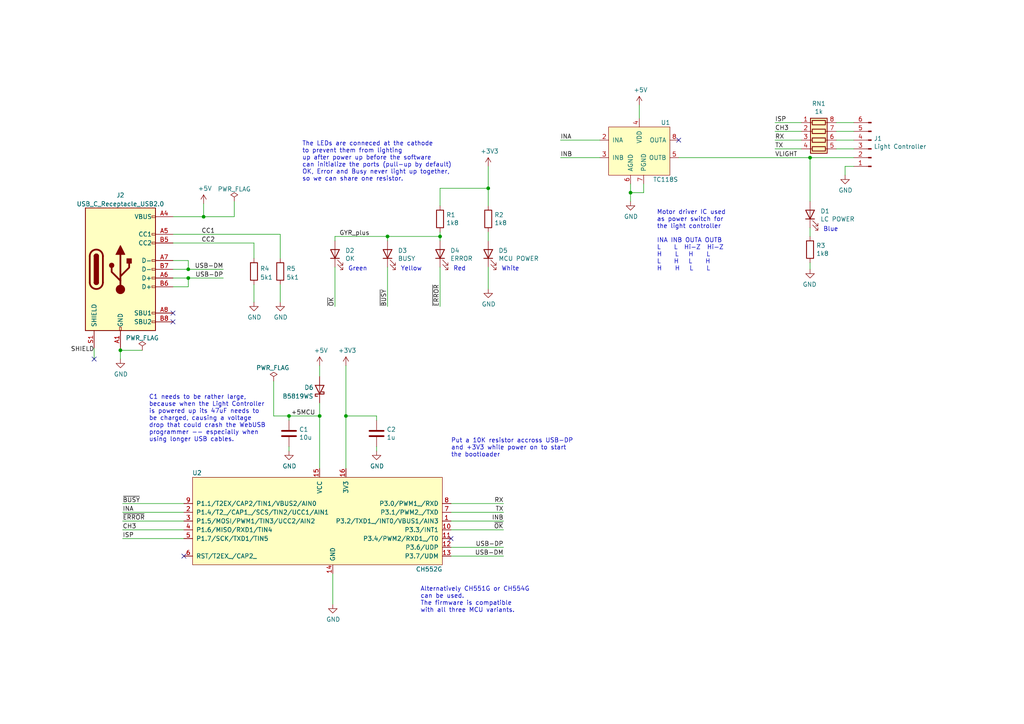
<source format=kicad_sch>
(kicad_sch (version 20211123) (generator eeschema)
  (paper "A4")
  (title_block (title "WebUSB Programmer for Light Controller Mk4") (date "2023-06-29") (rev "5") (company "LANE Boys RC"))
  (lib_symbols
    (symbol "Connector:Conn_01x06_Male" (pin_names (offset 1.016) hide)
      (property "Reference" "J" (at 0 7.62 0))
      (property "Value" "Conn_01x06_Male" (at 0 -10.16 0))
      (symbol "Conn_01x06_Male_1_1"
        (polyline (pts (xy 1.27 -7.62) (xy 0.8636 -7.62)) (stroke (width 0.1524)))
        (polyline (pts (xy 1.27 -5.08) (xy 0.8636 -5.08)) (stroke (width 0.1524)))
        (polyline (pts (xy 1.27 -2.54) (xy 0.8636 -2.54)) (stroke (width 0.1524)))
        (polyline (pts (xy 1.27 0) (xy 0.8636 0)) (stroke (width 0.1524)))
        (polyline (pts (xy 1.27 2.54) (xy 0.8636 2.54)) (stroke (width 0.1524)))
        (polyline (pts (xy 1.27 5.08) (xy 0.8636 5.08)) (stroke (width 0.1524)))
        (rectangle (start 0.8636 -7.493) (end 0 -7.747) (stroke (width 0.1524)) (fill (type outline)))
        (rectangle (start 0.8636 -4.953) (end 0 -5.207) (stroke (width 0.1524)) (fill (type outline)))
        (rectangle (start 0.8636 -2.413) (end 0 -2.667) (stroke (width 0.1524)) (fill (type outline)))
        (rectangle (start 0.8636 0.127) (end 0 -0.127) (stroke (width 0.1524)) (fill (type outline)))
        (rectangle (start 0.8636 2.667) (end 0 2.413) (stroke (width 0.1524)) (fill (type outline)))
        (rectangle (start 0.8636 5.207) (end 0 4.953) (stroke (width 0.1524)) (fill (type outline)))
        (pin passive line (at 5.08 5.08 180) (length 3.81) (name "Pin_1") (number "1"))
        (pin passive line (at 5.08 2.54 180) (length 3.81) (name "Pin_2") (number "2"))
        (pin passive line (at 5.08 0 180) (length 3.81) (name "Pin_3") (number "3"))
        (pin passive line (at 5.08 -2.54 180) (length 3.81) (name "Pin_4") (number "4"))
        (pin passive line (at 5.08 -5.08 180) (length 3.81) (name "Pin_5") (number "5"))
        (pin passive line (at 5.08 -7.62 180) (length 3.81) (name "Pin_6") (number "6"))
      )
    )
    (symbol "Connector:USB_C_Receptacle_USB2.0" (pin_names (offset 1.016))
      (property "Reference" "J" (at -10.16 19.05 0))
      (property "Value" "USB_C_Receptacle_USB2.0" (at 19.05 19.05 0))
      (symbol "USB_C_Receptacle_USB2.0_0_0"
        (rectangle (start -0.254 -17.78) (end 0.254 -16.764))
        (rectangle (start 10.16 -14.986) (end 9.144 -15.494))
        (rectangle (start 10.16 -12.446) (end 9.144 -12.954))
        (rectangle (start 10.16 -4.826) (end 9.144 -5.334))
        (rectangle (start 10.16 -2.286) (end 9.144 -2.794))
        (rectangle (start 10.16 0.254) (end 9.144 -0.254))
        (rectangle (start 10.16 2.794) (end 9.144 2.286))
        (rectangle (start 10.16 7.874) (end 9.144 7.366))
        (rectangle (start 10.16 10.414) (end 9.144 9.906))
        (rectangle (start 10.16 15.494) (end 9.144 14.986))
      )
      (symbol "USB_C_Receptacle_USB2.0_0_1"
        (rectangle (start -10.16 17.78) (end 10.16 -17.78) (stroke (width 0.254)) (fill (type background)))
        (arc (start -8.89 -3.81) (mid -6.985 -5.715) (end -5.08 -3.81) (stroke (width 0.508)))
        (arc (start -7.62 -3.81) (mid -6.985 -4.445) (end -6.35 -3.81) (stroke (width 0.254)))
        (arc (start -7.62 -3.81) (mid -6.985 -4.445) (end -6.35 -3.81) (stroke (width 0.254)) (fill (type outline)))
        (rectangle (start -7.62 -3.81) (end -6.35 3.81) (stroke (width 0.254)) (fill (type outline)))
        (arc (start -6.35 3.81) (mid -6.985 4.445) (end -7.62 3.81) (stroke (width 0.254)))
        (arc (start -6.35 3.81) (mid -6.985 4.445) (end -7.62 3.81) (stroke (width 0.254)) (fill (type outline)))
        (arc (start -5.08 3.81) (mid -6.985 5.715) (end -8.89 3.81) (stroke (width 0.508)))
        (circle (center -2.54 1.143) (radius 0.635) (stroke (width 0.254)) (fill (type outline)))
        (circle (center 0 -5.842) (radius 1.27) (fill (type outline)))
        (polyline (pts (xy -8.89 -3.81) (xy -8.89 3.81)) (stroke (width 0.508)))
        (polyline (pts (xy -5.08 3.81) (xy -5.08 -3.81)) (stroke (width 0.508)))
        (polyline (pts (xy 0 -5.842) (xy 0 4.318)) (stroke (width 0.508)))
        (polyline (pts (xy 0 -3.302) (xy -2.54 -0.762) (xy -2.54 0.508)) (stroke (width 0.508)))
        (polyline (pts (xy 0 -2.032) (xy 2.54 0.508) (xy 2.54 1.778)) (stroke (width 0.508)))
        (polyline (pts (xy -1.27 4.318) (xy 0 6.858) (xy 1.27 4.318) (xy -1.27 4.318)) (stroke (width 0.254)) (fill (type outline)))
        (rectangle (start 1.905 1.778) (end 3.175 3.048) (stroke (width 0.254)) (fill (type outline)))
      )
      (symbol "USB_C_Receptacle_USB2.0_1_1"
        (pin passive line (at 0 -22.86 90) (length 5.08) (name "GND") (number "A1"))
        (pin passive line (at 0 -22.86 90) (length 5.08) hide (name "GND") (number "A12"))
        (pin passive line (at 15.24 15.24 180) (length 5.08) (name "VBUS") (number "A4"))
        (pin bidirectional line (at 15.24 10.16 180) (length 5.08) (name "CC1") (number "A5"))
        (pin bidirectional line (at 15.24 -2.54 180) (length 5.08) (name "D+") (number "A6"))
        (pin bidirectional line (at 15.24 2.54 180) (length 5.08) (name "D-") (number "A7"))
        (pin bidirectional line (at 15.24 -12.7 180) (length 5.08) (name "SBU1") (number "A8"))
        (pin passive line (at 15.24 15.24 180) (length 5.08) hide (name "VBUS") (number "A9"))
        (pin passive line (at 0 -22.86 90) (length 5.08) hide (name "GND") (number "B1"))
        (pin passive line (at 0 -22.86 90) (length 5.08) hide (name "GND") (number "B12"))
        (pin passive line (at 15.24 15.24 180) (length 5.08) hide (name "VBUS") (number "B4"))
        (pin bidirectional line (at 15.24 7.62 180) (length 5.08) (name "CC2") (number "B5"))
        (pin bidirectional line (at 15.24 -5.08 180) (length 5.08) (name "D+") (number "B6"))
        (pin bidirectional line (at 15.24 0 180) (length 5.08) (name "D-") (number "B7"))
        (pin bidirectional line (at 15.24 -15.24 180) (length 5.08) (name "SBU2") (number "B8"))
        (pin passive line (at 15.24 15.24 180) (length 5.08) hide (name "VBUS") (number "B9"))
        (pin passive line (at -7.62 -22.86 90) (length 5.08) (name "SHIELD") (number "S1"))
      )
    )
    (symbol "Device:C" (pin_numbers hide) (pin_names (offset 0.254))
      (property "Reference" "C" (at 0.635 2.54 0))
      (property "Value" "C" (at 0.635 -2.54 0))
      (symbol "C_0_1"
        (polyline (pts (xy -2.032 -0.762) (xy 2.032 -0.762)) (stroke (width 0.508)))
        (polyline (pts (xy -2.032 0.762) (xy 2.032 0.762)) (stroke (width 0.508)))
      )
      (symbol "C_1_1"
        (pin passive line (at 0 3.81 270) (length 2.794) (name "~") (number "1"))
        (pin passive line (at 0 -3.81 90) (length 2.794) (name "~") (number "2"))
      )
    )
    (symbol "Device:D_Schottky" (pin_numbers hide) (pin_names (offset 1.016) hide)
      (property "Reference" "D" (at 0 2.54 0))
      (property "Value" "D_Schottky" (at 0 -2.54 0))
      (symbol "D_Schottky_0_1"
        (polyline (pts (xy 1.27 0) (xy -1.27 0)))
        (polyline (pts (xy 1.27 1.27) (xy 1.27 -1.27) (xy -1.27 0) (xy 1.27 1.27)) (stroke (width 0.254)))
        (polyline (pts (xy -1.905 0.635) (xy -1.905 1.27) (xy -1.27 1.27) (xy -1.27 -1.27) (xy -0.635 -1.27) (xy -0.635 -0.635)) (stroke (width 0.254)))
      )
      (symbol "D_Schottky_1_1"
        (pin passive line (at -3.81 0 0) (length 2.54) (name "K") (number "1"))
        (pin passive line (at 3.81 0 180) (length 2.54) (name "A") (number "2"))
      )
    )
    (symbol "Device:LED" (pin_numbers hide) (pin_names (offset 1.016) hide)
      (property "Reference" "D" (at 0 2.54 0))
      (property "Value" "LED" (at 0 -2.54 0))
      (symbol "LED_0_1"
        (polyline (pts (xy -1.27 -1.27) (xy -1.27 1.27)) (stroke (width 0.254)))
        (polyline (pts (xy -1.27 0) (xy 1.27 0)))
        (polyline (pts (xy 1.27 -1.27) (xy 1.27 1.27) (xy -1.27 0) (xy 1.27 -1.27)) (stroke (width 0.254)))
        (polyline (pts (xy -3.048 -0.762) (xy -4.572 -2.286) (xy -3.81 -2.286) (xy -4.572 -2.286) (xy -4.572 -1.524)))
        (polyline (pts (xy -1.778 -0.762) (xy -3.302 -2.286) (xy -2.54 -2.286) (xy -3.302 -2.286) (xy -3.302 -1.524)))
      )
      (symbol "LED_1_1"
        (pin passive line (at -3.81 0 0) (length 2.54) (name "K") (number "1"))
        (pin passive line (at 3.81 0 180) (length 2.54) (name "A") (number "2"))
      )
    )
    (symbol "Device:R" (pin_numbers hide) (pin_names (offset 0))
      (property "Reference" "R" (at 2.032 0 90))
      (property "Value" "R" (at 0 0 90))
      (symbol "R_0_1"
        (rectangle (start -1.016 -2.54) (end 1.016 2.54) (stroke (width 0.254)))
      )
      (symbol "R_1_1"
        (pin passive line (at 0 3.81 270) (length 1.27) (name "~") (number "1"))
        (pin passive line (at 0 -3.81 90) (length 1.27) (name "~") (number "2"))
      )
    )
    (symbol "Device:R_Pack04" (pin_names (offset 0) hide)
      (property "Reference" "RN" (at -7.62 0 90))
      (property "Value" "R_Pack04" (at 5.08 0 90))
      (symbol "R_Pack04_0_1"
        (rectangle (start -6.35 -2.413) (end 3.81 2.413) (stroke (width 0.254)) (fill (type background)))
        (rectangle (start -5.715 1.905) (end -4.445 -1.905) (stroke (width 0.254)))
        (rectangle (start -3.175 1.905) (end -1.905 -1.905) (stroke (width 0.254)))
        (rectangle (start -0.635 1.905) (end 0.635 -1.905) (stroke (width 0.254)))
        (polyline (pts (xy -5.08 -2.54) (xy -5.08 -1.905)))
        (polyline (pts (xy -5.08 1.905) (xy -5.08 2.54)))
        (polyline (pts (xy -2.54 -2.54) (xy -2.54 -1.905)))
        (polyline (pts (xy -2.54 1.905) (xy -2.54 2.54)))
        (polyline (pts (xy 0 -2.54) (xy 0 -1.905)))
        (polyline (pts (xy 0 1.905) (xy 0 2.54)))
        (polyline (pts (xy 2.54 -2.54) (xy 2.54 -1.905)))
        (polyline (pts (xy 2.54 1.905) (xy 2.54 2.54)))
        (rectangle (start 1.905 1.905) (end 3.175 -1.905) (stroke (width 0.254)))
      )
      (symbol "R_Pack04_1_1"
        (pin passive line (at -5.08 -5.08 90) (length 2.54) (name "R1.1") (number "1"))
        (pin passive line (at -2.54 -5.08 90) (length 2.54) (name "R2.1") (number "2"))
        (pin passive line (at 0 -5.08 90) (length 2.54) (name "R3.1") (number "3"))
        (pin passive line (at 2.54 -5.08 90) (length 2.54) (name "R4.1") (number "4"))
        (pin passive line (at 2.54 5.08 270) (length 2.54) (name "R4.2") (number "5"))
        (pin passive line (at 0 5.08 270) (length 2.54) (name "R3.2") (number "6"))
        (pin passive line (at -2.54 5.08 270) (length 2.54) (name "R2.2") (number "7"))
        (pin passive line (at -5.08 5.08 270) (length 2.54) (name "R1.2") (number "8"))
      )
    )
    (symbol "power:+3V3" (power) (pin_names (offset 0))
      (property "Value" "+3V3" (at 0 3.556 0))
      (symbol "+3V3_0_1"
        (polyline (pts (xy -0.762 1.27) (xy 0 2.54)))
        (polyline (pts (xy 0 0) (xy 0 2.54)))
        (polyline (pts (xy 0 2.54) (xy 0.762 1.27)))
      )
      (symbol "+3V3_1_1"
        (pin power_in line (at 0 0 90) (length 0) hide (name "+3V3") (number "1"))
      )
    )
    (symbol "power:+5V" (power) (pin_names (offset 0))
      (property "Value" "+5V" (at 0 3.556 0))
      (symbol "+5V_0_1"
        (polyline (pts (xy -0.762 1.27) (xy 0 2.54)))
        (polyline (pts (xy 0 0) (xy 0 2.54)))
        (polyline (pts (xy 0 2.54) (xy 0.762 1.27)))
      )
      (symbol "+5V_1_1"
        (pin power_in line (at 0 0 90) (length 0) hide (name "+5V") (number "1"))
      )
    )
    (symbol "power:GND" (power) (pin_names (offset 0))
      (property "Value" "GND" (at 0 -3.81 0))
      (symbol "GND_0_1"
        (polyline (pts (xy 0 0) (xy 0 -1.27) (xy 1.27 -1.27) (xy 0 -2.54) (xy -1.27 -1.27) (xy 0 -1.27)))
      )
      (symbol "GND_1_1"
        (pin power_in line (at 0 0 270) (length 0) hide (name "GND") (number "1"))
      )
    )
    (symbol "power:PWR_FLAG" (power) (pin_numbers hide) (pin_names (offset 0) hide)
      (property "Value" "PWR_FLAG" (at 0 3.81 0))
      (symbol "PWR_FLAG_0_0"
        (pin power_out line (at 0 0 90) (length 0) (name "pwr") (number "1"))
      )
      (symbol "PWR_FLAG_0_1"
        (polyline (pts (xy 0 0) (xy 0 1.27) (xy -1.016 1.905) (xy 0 2.54) (xy 1.016 1.905) (xy 0 1.27)))
      )
    )
    (symbol "wla-project-specific-components:CH552G" (pin_names (offset 1.016))
      (property "Reference" "U" (at 31.75 16.51 0))
      (property "Value" "CH552G" (at -40.64 16.51 0))
      (symbol "CH552G_0_1"
        (rectangle (start -40.64 15.24) (end 31.75 -10.16) (fill (type background)))
      )
      (symbol "CH552G_1_1"
        (pin bidirectional line (at 34.29 2.54 180) (length 2.54) (name "P3.2/TXD1_/INT0/VBUS1/AIN3") (number "1"))
        (pin bidirectional line (at 34.29 0 180) (length 2.54) (name "P3.3/INT1") (number "10"))
        (pin bidirectional line (at 34.29 -2.54 180) (length 2.54) (name "P3.4/PWM2/RXD1_/T0") (number "11"))
        (pin bidirectional line (at 34.29 -5.08 180) (length 2.54) (name "P3.6/UDP") (number "12"))
        (pin bidirectional line (at 34.29 -7.62 180) (length 2.54) (name "P3.7/UDM") (number "13"))
        (pin power_in line (at 0 -12.7 90) (length 2.54) (name "GND") (number "14"))
        (pin power_in line (at -3.81 17.78 270) (length 2.54) (name "VCC") (number "15"))
        (pin power_out line (at 3.81 17.78 270) (length 2.54) (name "3V3") (number "16"))
        (pin bidirectional line (at -43.18 5.08 0) (length 2.54) (name "P1.4/T2_/CAP1_/SCS/TIN2/UCC1/AIN1") (number "2"))
        (pin bidirectional line (at -43.18 2.54 0) (length 2.54) (name "P1.5/MOSI/PWM1/TIN3/UCC2/AIN2") (number "3"))
        (pin bidirectional line (at -43.18 0 0) (length 2.54) (name "P1.6/MISO/RXD1/TIN4") (number "4"))
        (pin bidirectional line (at -43.18 -2.54 0) (length 2.54) (name "P1.7/SCK/TXD1/TIN5") (number "5"))
        (pin bidirectional line (at -43.18 -7.62 0) (length 2.54) (name "RST/T2EX_/CAP2_") (number "6"))
        (pin bidirectional line (at 34.29 5.08 180) (length 2.54) (name "P3.1/PWM2_/TXD") (number "7"))
        (pin bidirectional line (at 34.29 7.62 180) (length 2.54) (name "P3.0/PWM1_/RXD") (number "8"))
        (pin bidirectional line (at -43.18 7.62 0) (length 2.54) (name "P1.1/T2EX/CAP2/TIN1/VBUS2/AIN0") (number "9"))
      )
    )
    (symbol "wla-project-specific-components:TC118S" (pin_names (offset 1.016))
      (property "Reference" "U" (at -6.35 7.62 0))
      (property "Value" "TC118S" (at 8.89 -8.89 0))
      (symbol "TC118S_0_1"
        (rectangle (start -8.89 6.35) (end 8.89 -7.62) (fill (type background)))
      )
      (symbol "TC118S_1_1"
        (pin input line (at -11.43 2.54 0) (length 2.54) (name "INA") (number "2"))
        (pin input line (at -11.43 -2.54 0) (length 2.54) (name "INB") (number "3"))
        (pin power_in line (at 0 8.89 270) (length 2.54) (name "VDD") (number "4"))
        (pin output line (at 11.43 -2.54 180) (length 2.54) (name "OUTB") (number "5"))
        (pin power_in line (at -2.54 -10.16 90) (length 2.54) (name "AGND") (number "6"))
        (pin power_in line (at 1.27 -10.16 90) (length 2.54) (name "PGND") (number "7"))
        (pin output line (at 11.43 2.54 180) (length 2.54) (name "OUTA") (number "8"))
      )
    )
  )
  (junction (at 234.95 45.72))
  (junction (at 182.88 55.88))
  (junction (at 83.82 120.65))
  (junction (at 100.33 120.65))
  (junction (at 59.055 62.865))
  (junction (at 54.61 78.105))
  (junction (at 127.635 68.58))
  (junction (at 54.61 80.645))
  (junction (at 112.395 68.58))
  (junction (at 92.71 120.65))
  (junction (at 141.605 54.61))
  (junction (at 34.925 101.6))
  (no_connect (at 50.165 90.805))
  (no_connect (at 130.81 156.21))
  (no_connect (at 27.305 104.14))
  (no_connect (at 53.34 161.29))
  (no_connect (at 50.165 93.345))
  (no_connect (at 196.85 40.64))
  (wire (pts (xy 83.82 129.54) (xy 83.82 130.81)))
  (wire (pts (xy 234.95 66.04) (xy 234.95 68.58)))
  (wire (pts (xy 146.05 158.75) (xy 130.81 158.75)))
  (wire (pts (xy 100.33 120.65) (xy 109.22 120.65)))
  (wire (pts (xy 245.11 48.26) (xy 247.65 48.26)))
  (wire (pts (xy 50.165 83.185) (xy 54.61 83.185)))
  (wire (pts (xy 34.925 101.6) (xy 34.925 104.14)))
  (wire (pts (xy 97.155 68.58) (xy 97.155 69.85)))
  (wire (pts (xy 232.41 38.1) (xy 224.79 38.1)))
  (wire (pts (xy 224.79 43.18) (xy 232.41 43.18)))
  (wire (pts (xy 54.61 83.185) (xy 54.61 80.645)))
  (wire (pts (xy 146.05 161.29) (xy 130.81 161.29)))
  (wire (pts (xy 27.305 100.965) (xy 27.305 104.14)))
  (wire (pts (xy 182.88 53.34) (xy 182.88 55.88)))
  (wire (pts (xy 83.82 120.65) (xy 92.71 120.65)))
  (wire (pts (xy 173.99 40.64) (xy 162.56 40.64)))
  (wire (pts (xy 127.635 54.61) (xy 127.635 59.69)))
  (wire (pts (xy 54.61 80.645) (xy 64.77 80.645)))
  (wire (pts (xy 130.81 148.59) (xy 146.05 148.59)))
  (wire (pts (xy 109.22 120.65) (xy 109.22 121.92)))
  (wire (pts (xy 35.56 151.13) (xy 53.34 151.13)))
  (wire (pts (xy 96.52 175.26) (xy 96.52 166.37)))
  (wire (pts (xy 234.95 45.72) (xy 247.65 45.72)))
  (wire (pts (xy 73.66 82.55) (xy 73.66 87.63)))
  (wire (pts (xy 186.69 53.34) (xy 186.69 55.88)))
  (wire (pts (xy 234.95 76.2) (xy 234.95 78.105)))
  (wire (pts (xy 242.57 35.56) (xy 247.65 35.56)))
  (wire (pts (xy 50.165 75.565) (xy 54.61 75.565)))
  (wire (pts (xy 141.605 54.61) (xy 141.605 59.69)))
  (wire (pts (xy 34.925 101.6) (xy 41.275 101.6)))
  (wire (pts (xy 182.88 55.88) (xy 182.88 58.42)))
  (wire (pts (xy 92.71 120.65) (xy 92.71 135.89)))
  (wire (pts (xy 232.41 40.64) (xy 224.79 40.64)))
  (wire (pts (xy 92.71 116.84) (xy 92.71 120.65)))
  (wire (pts (xy 34.925 100.965) (xy 34.925 101.6)))
  (wire (pts (xy 97.155 68.58) (xy 112.395 68.58)))
  (wire (pts (xy 242.57 43.18) (xy 247.65 43.18)))
  (wire (pts (xy 92.71 106.045) (xy 92.71 109.22)))
  (wire (pts (xy 185.42 30.48) (xy 185.42 34.29)))
  (wire (pts (xy 127.635 68.58) (xy 112.395 68.58)))
  (wire (pts (xy 127.635 54.61) (xy 141.605 54.61)))
  (wire (pts (xy 59.055 62.865) (xy 50.165 62.865)))
  (wire (pts (xy 97.155 77.47) (xy 97.155 88.9)))
  (wire (pts (xy 242.57 40.64) (xy 247.65 40.64)))
  (wire (pts (xy 141.605 48.26) (xy 141.605 54.61)))
  (wire (pts (xy 59.055 59.055) (xy 59.055 62.865)))
  (wire (pts (xy 242.57 38.1) (xy 247.65 38.1)))
  (wire (pts (xy 162.56 45.72) (xy 173.99 45.72)))
  (wire (pts (xy 35.56 156.21) (xy 53.34 156.21)))
  (wire (pts (xy 50.165 80.645) (xy 54.61 80.645)))
  (wire (pts (xy 127.635 68.58) (xy 127.635 69.85)))
  (wire (pts (xy 35.56 148.59) (xy 53.34 148.59)))
  (wire (pts (xy 112.395 68.58) (xy 112.395 69.85)))
  (wire (pts (xy 54.61 75.565) (xy 54.61 78.105)))
  (wire (pts (xy 35.56 153.67) (xy 53.34 153.67)))
  (wire (pts (xy 81.28 67.945) (xy 81.28 74.93)))
  (wire (pts (xy 50.165 78.105) (xy 54.61 78.105)))
  (wire (pts (xy 245.11 50.8) (xy 245.11 48.26)))
  (wire (pts (xy 79.375 110.49) (xy 79.375 120.65)))
  (wire (pts (xy 83.82 121.92) (xy 83.82 120.65)))
  (wire (pts (xy 224.79 35.56) (xy 232.41 35.56)))
  (wire (pts (xy 67.945 62.865) (xy 59.055 62.865)))
  (wire (pts (xy 127.635 67.31) (xy 127.635 68.58)))
  (wire (pts (xy 35.56 146.05) (xy 53.34 146.05)))
  (wire (pts (xy 234.95 58.42) (xy 234.95 45.72)))
  (wire (pts (xy 100.33 120.65) (xy 100.33 135.89)))
  (wire (pts (xy 127.635 77.47) (xy 127.635 88.9)))
  (wire (pts (xy 50.165 67.945) (xy 81.28 67.945)))
  (wire (pts (xy 67.945 58.42) (xy 67.945 62.865)))
  (wire (pts (xy 54.61 78.105) (xy 64.77 78.105)))
  (wire (pts (xy 100.33 106.045) (xy 100.33 120.65)))
  (wire (pts (xy 109.22 129.54) (xy 109.22 130.81)))
  (wire (pts (xy 50.165 70.485) (xy 73.66 70.485)))
  (wire (pts (xy 81.28 82.55) (xy 81.28 87.63)))
  (wire (pts (xy 73.66 70.485) (xy 73.66 74.93)))
  (wire (pts (xy 141.605 77.47) (xy 141.605 83.82)))
  (wire (pts (xy 79.375 120.65) (xy 83.82 120.65)))
  (wire (pts (xy 130.81 151.13) (xy 146.05 151.13)))
  (wire (pts (xy 196.85 45.72) (xy 234.95 45.72)))
  (wire (pts (xy 146.05 146.05) (xy 130.81 146.05)))
  (wire (pts (xy 141.605 67.31) (xy 141.605 69.85)))
  (wire (pts (xy 186.69 55.88) (xy 182.88 55.88)))
  (wire (pts (xy 112.395 77.47) (xy 112.395 88.9)))
  (wire (pts (xy 130.81 153.67) (xy 146.05 153.67)))
  (text "C1 needs to be rather large, \nbecause when the Light Controller \nis powered up its 47uF needs to \nbe charged, causing a voltage \ndrop that could crash the WebUSB \nprogrammer -- especially when \nusing longer USB cables." (at 43.18 128.27 0) (effects (font (size 1.27 1.27)) (justify left bottom)))
  (text "Red" (at 131.445 78.74 0) (effects (font (size 1.27 1.27)) (justify left bottom)))
  (text "Blue" (at 238.76 67.31 0) (effects (font (size 1.27 1.27)) (justify left bottom)))
  (text "Green" (at 100.965 78.74 0) (effects (font (size 1.27 1.27)) (justify left bottom)))
  (text "Alternatively CH551G or CH554G \ncan be used.\nThe firmware is compatible \nwith all three MCU variants." (at 121.92 177.8 0) (effects (font (size 1.27 1.27)) (justify left bottom)))
  (text "White" (at 145.415 78.74 0) (effects (font (size 1.27 1.27)) (justify left bottom)))
  (text "Put a 10K resistor accross USB-DP \nand +3V3 while power on to start \nthe bootloader" (at 130.81 132.715 0) (effects (font (size 1.27 1.27)) (justify left bottom)))
  (text "Motor driver IC used\nas power switch for \nthe light controller\n\nINA INB OUTA OUTB \nL    L  Hi-Z  Hi-Z\nH    L   H    L\nL    H   L    H\nH    H   L    L" (at 190.5 78.74 0) (effects (font (size 1.27 1.27)) (justify left bottom)))
  (text "The LEDs are conneced at the cathode\nto prevent them from lighting\nup after power up before the software\ncan initialize the ports (pull-up by default)\nOK, Error and Busy never light up together, \nso we can share one resistor." (at 87.63 52.705 0) (effects (font (size 1.27 1.27)) (justify left bottom)))
  (text "Yellow" (at 116.205 78.74 0) (effects (font (size 1.27 1.27)) (justify left bottom)))
  (label "+5MCU" (at 91.44 120.65 180))
  (label "TX" (at 146.05 148.59 180))
  (label "RX" (at 146.05 146.05 180))
  (label "USB-DM" (at 146.05 161.29 180))
  (label "~{OK}" (at 146.05 153.67 180))
  (label "USB-DP" (at 64.77 80.645 180))
  (label "INA" (at 162.56 40.64 0))
  (label "~{ERROR}" (at 127.635 88.9 90))
  (label "~{BUSY}" (at 112.395 88.9 90))
  (label "GYR_plus" (at 98.425 68.58 0))
  (label "VLIGHT" (at 224.79 45.72 0))
  (label "CH3" (at 224.79 38.1 0))
  (label "~{ERROR}" (at 35.56 151.13 0))
  (label "INB" (at 162.56 45.72 0))
  (label "SHIELD" (at 27.305 102.235 180))
  (label "CC2" (at 58.42 70.485 0))
  (label "ISP" (at 35.56 156.21 0))
  (label "CC1" (at 58.42 67.945 0))
  (label "~{BUSY}" (at 35.56 146.05 0))
  (label "USB-DP" (at 146.05 158.75 180))
  (label "INA" (at 35.56 148.59 0))
  (label "RX" (at 224.79 40.64 0))
  (label "INB" (at 146.05 151.13 180))
  (label "ISP" (at 224.79 35.56 0))
  (label "~{OK}" (at 97.155 88.9 90))
  (label "CH3" (at 35.56 153.67 0))
  (label "TX" (at 224.79 43.18 0))
  (label "USB-DM" (at 64.77 78.105 180))
  (symbol (lib_id "Device:LED") (at 97.155 73.66 90) (unit 1)
    (property "Reference" "D2" (at 100.1268 72.6694 90) (effects (justify right)))
    (property "Value" "OK" (at 100.1268 74.9808 90) (effects (justify right)))
    (property "Footprint" "WLA_LED_reverse_mount:LED_1204_side_view" (effects hide))
    (property "Datasheet" "2009041237_TUOZHAN-TZ-P2-1204GTA1-1-5T_C779806.pdf" (effects hide))
    (property "LCSC part number" "C779806" (effects hide))
  )
  (symbol (lib_id "Device:LED") (at 112.395 73.66 90) (unit 1)
    (property "Reference" "D3" (at 115.3922 72.6694 90) (effects (justify right)))
    (property "Value" "BUSY" (at 115.3922 74.9808 90) (effects (justify right)))
    (property "Footprint" "WLA_LED_reverse_mount:LED_1204_side_view" (effects hide))
    (property "Datasheet" "2009041237_TUOZHAN-TZ-P2-1204-0TA1-1-5T" (effects hide))
    (property "LCSC part number" "C779805" (effects hide))
  )
  (symbol (lib_id "Device:LED") (at 127.635 73.66 90) (unit 1)
    (property "Reference" "D4" (at 130.6068 72.6694 90) (effects (justify right)))
    (property "Value" "ERROR" (at 130.6068 74.9808 90) (effects (justify right)))
    (property "Footprint" "WLA_LED_reverse_mount:LED_1204_side_view" (effects hide))
    (property "Datasheet" "1905151403_MEIHUA-MHS110KECT" (effects hide))
    (property "LCSC part number" "C389527" (effects hide))
  )
  (symbol (lib_id "Device:LED") (at 141.605 73.66 90) (unit 1)
    (property "Reference" "D5" (at 144.5768 72.6694 90) (effects (justify right)))
    (property "Value" "MCU POWER" (at 144.5768 74.9808 90) (effects (justify right)))
    (property "Footprint" "WLA_LED_reverse_mount:LED_1204_side_view" (effects hide))
    (property "Datasheet" "2009041237_TUOZHAN-TZ-P2-1204WYS2-1-5T" (effects hide))
    (property "LCSC part number" "C779804" (effects hide))
  )
  (symbol (lib_id "Device:LED") (at 234.95 62.23 90) (unit 1)
    (property "Reference" "D1" (at 237.9472 61.2394 90) (effects (justify right)))
    (property "Value" "LC POWER" (at 237.9472 63.5508 90) (effects (justify right)))
    (property "Footprint" "WLA_LED_reverse_mount:LED_1204_side_view" (effects hide))
    (property "Datasheet" "2009041238_TUOZHAN-TZ-P2-1204BTS2-1-5T" (effects hide))
    (property "LCSC part number" "C779807" (effects hide))
  )
  (symbol (lib_id "Device:R") (at 127.635 63.5 0) (unit 1)
    (property "Reference" "R1" (at 129.413 62.3316 0) (effects (justify left)))
    (property "Value" "1k8" (at 129.413 64.643 0) (effects (justify left)))
    (property "Footprint" "Resistor_SMD:R_0603_1608Metric" (effects hide))
  )
  (symbol (lib_id "Device:R") (at 234.95 72.39 0) (unit 1)
    (property "Reference" "R3" (at 236.728 71.2216 0) (effects (justify left)))
    (property "Value" "1k8" (at 236.728 73.533 0) (effects (justify left)))
    (property "Footprint" "Resistor_SMD:R_0603_1608Metric" (effects hide))
  )
  (symbol (lib_id "Device:R") (at 141.605 63.5 0) (unit 1)
    (property "Reference" "R2" (at 143.383 62.3316 0) (effects (justify left)))
    (property "Value" "1k8" (at 143.383 64.643 0) (effects (justify left)))
    (property "Footprint" "Resistor_SMD:R_0603_1608Metric" (effects hide))
  )
  (symbol (lib_id "Connector:Conn_01x06_Male") (at 252.73 43.18 180) (unit 1)
    (property "Reference" "J1" (at 253.4412 40.1828 0) (effects (justify right)))
    (property "Value" "Light Controller" (at 253.4412 42.4942 0) (effects (justify right)))
    (property "Footprint" "WLA_pinheader:PinHeader_1x06_P2.54mm_Flat" (effects hide))
  )
  (symbol (lib_id "power:GND") (at 234.95 78.105 0) (mirror y) (unit 1)
    (property "Reference" "#PWR06" (effects hide))
    (property "Value" "GND" (at 234.823 82.4992 0))
  )
  (symbol (lib_id "power:GND") (at 245.11 50.8 0) (unit 1)
    (property "Reference" "#PWR03" (effects hide))
    (property "Value" "GND" (at 245.237 55.1942 0))
  )
  (symbol (lib_id "power:GND") (at 141.605 83.82 0) (unit 1)
    (property "Reference" "#PWR07" (effects hide))
    (property "Value" "GND" (at 141.732 88.2142 0))
  )
  (symbol (lib_id "power:GND") (at 34.925 104.14 0) (unit 1)
    (property "Reference" "#PWR010" (effects hide))
    (property "Value" "GND" (at 35.052 108.5342 0))
  )
  (symbol (lib_id "power:+5V") (at 59.055 59.055 0) (unit 1)
    (property "Reference" "#PWR05" (effects hide))
    (property "Value" "+5V" (at 59.436 54.6608 0))
  )
  (symbol (lib_id "power:+3V3") (at 141.605 48.26 0) (unit 1)
    (property "Reference" "#PWR02" (effects hide))
    (property "Value" "+3V3" (at 141.986 43.8658 0))
  )
  (symbol (lib_id "Device:C") (at 109.22 125.73 0) (unit 1)
    (property "Reference" "C2" (at 112.141 124.5616 0) (effects (justify left)))
    (property "Value" "1u" (at 112.141 126.873 0) (effects (justify left)))
    (property "Footprint" "Capacitor_SMD:C_0603_1608Metric" (effects hide))
  )
  (symbol (lib_id "power:GND") (at 83.82 130.81 0) (unit 1)
    (property "Reference" "#PWR013" (effects hide))
    (property "Value" "GND" (at 83.947 135.2042 0))
  )
  (symbol (lib_id "Device:R_Pack04") (at 237.49 40.64 270) (unit 1)
    (property "Reference" "RN1" (at 237.49 30.0482 90))
    (property "Value" "1k" (at 237.49 32.3596 90))
    (property "Footprint" "Resistor_SMD:R_Array_Convex_4x0603" (effects hide))
  )
  (symbol (lib_id "wla-project-specific-components:CH552G") (at 96.52 153.67 0) (unit 1)
    (property "Reference" "U2" (at 57.15 137.16 0))
    (property "Value" "CH552G" (at 124.46 165.1 0))
    (property "Footprint" "Package_SO:SO-16_3.9x9.9mm_P1.27mm" (effects hide))
    (property "LCSC part number" "C111292" (effects hide))
  )
  (symbol (lib_id "Device:C") (at 83.82 125.73 0) (unit 1)
    (property "Reference" "C1" (at 86.741 124.5616 0) (effects (justify left)))
    (property "Value" "10u" (at 86.741 126.873 0) (effects (justify left)))
    (property "Footprint" "Capacitor_SMD:C_0603_1608Metric" (effects hide))
  )
  (symbol (lib_id "power:+3V3") (at 100.33 106.045 0) (unit 1)
    (property "Reference" "#PWR012" (effects hide))
    (property "Value" "+3V3" (at 100.711 101.6508 0))
  )
  (symbol (lib_id "power:GND") (at 109.22 130.81 0) (unit 1)
    (property "Reference" "#PWR014" (effects hide))
    (property "Value" "GND" (at 109.347 135.2042 0))
  )
  (symbol (lib_id "power:+5V") (at 92.71 106.045 0) (unit 1)
    (property "Reference" "#PWR011" (effects hide))
    (property "Value" "+5V" (at 93.091 101.6508 0))
  )
  (symbol (lib_id "power:GND") (at 96.52 175.26 0) (unit 1)
    (property "Reference" "#PWR015" (effects hide))
    (property "Value" "GND" (at 96.647 179.6542 0))
  )
  (symbol (lib_id "wla-project-specific-components:TC118S") (at 185.42 43.18 0) (unit 1)
    (property "Reference" "U1" (at 193.04 35.56 0))
    (property "Value" "TC118S" (at 193.04 52.07 0))
    (property "Footprint" "Package_SO:SOP-8_3.9x4.9mm_P1.27mm" (effects hide))
    (property "LCSC part number" "C88308" (effects hide))
  )
  (symbol (lib_id "power:GND") (at 182.88 58.42 0) (unit 1)
    (property "Reference" "#PWR04" (effects hide))
    (property "Value" "GND" (at 183.007 62.8142 0))
  )
  (symbol (lib_id "power:+5V") (at 185.42 30.48 0) (unit 1)
    (property "Reference" "#PWR01" (effects hide))
    (property "Value" "+5V" (at 185.801 26.0858 0))
  )
  (symbol (lib_id "power:GND") (at 73.66 87.63 0) (unit 1)
    (property "Reference" "#PWR08" (effects hide))
    (property "Value" "GND" (at 73.787 92.0242 0))
  )
  (symbol (lib_id "Device:R") (at 73.66 78.74 180) (unit 1)
    (property "Reference" "R4" (at 75.438 77.9053 0) (effects (justify right)))
    (property "Value" "5k1" (at 75.438 80.4422 0) (effects (justify right)))
    (property "Footprint" "Resistor_SMD:R_0603_1608Metric" (effects hide))
  )
  (symbol (lib_id "power:PWR_FLAG") (at 41.275 101.6 0) (mirror y) (unit 1)
    (property "Reference" "#FLG02" (effects hide))
    (property "Value" "PWR_FLAG" (at 41.275 98.0242 0))
  )
  (symbol (lib_id "power:GND") (at 81.28 87.63 0) (unit 1)
    (property "Reference" "#PWR09" (effects hide))
    (property "Value" "GND" (at 81.407 92.0242 0))
  )
  (symbol (lib_id "Device:R") (at 81.28 78.74 180) (unit 1)
    (property "Reference" "R5" (at 83.058 77.9053 0) (effects (justify right)))
    (property "Value" "5k1" (at 83.058 80.4422 0) (effects (justify right)))
    (property "Footprint" "Resistor_SMD:R_0603_1608Metric" (effects hide))
  )
  (symbol (lib_id "Connector:USB_C_Receptacle_USB2.0") (at 34.925 78.105 0) (unit 1)
    (property "Reference" "J2" (at 34.925 56.6252 0))
    (property "Value" "USB_C_Receptacle_USB2.0" (at 34.925 59.1621 0))
    (property "Footprint" "Connector_USB:USB_C_Receptacle_G-Switch_GT-USB-7010ASV" (effects hide))
    (property "Datasheet" "https://www.usb.org/sites/default/files/documents/usb_type-c.zip" (effects hide))
  )
  (symbol (lib_id "Device:D_Schottky") (at 92.71 113.03 90) (unit 1)
    (property "Reference" "D6" (at 88.265 112.395 90) (effects (justify right)))
    (property "Value" "B5819WS" (at 81.915 114.935 90) (effects (justify right)))
    (property "Footprint" "Diode_SMD:D_SOD-123F" (effects hide))
  )
  (symbol (lib_id "power:PWR_FLAG") (at 67.945 58.42 0) (mirror y) (unit 1)
    (property "Reference" "#FLG01" (effects hide))
    (property "Value" "PWR_FLAG" (at 67.945 54.8442 0))
  )
  (symbol (lib_id "power:PWR_FLAG") (at 79.375 110.49 0) (unit 1)
    (property "Reference" "#FLG03" (effects hide))
    (property "Value" "PWR_FLAG" (at 74.295 106.68 0) (effects (justify left)))
  )
)
</source>
